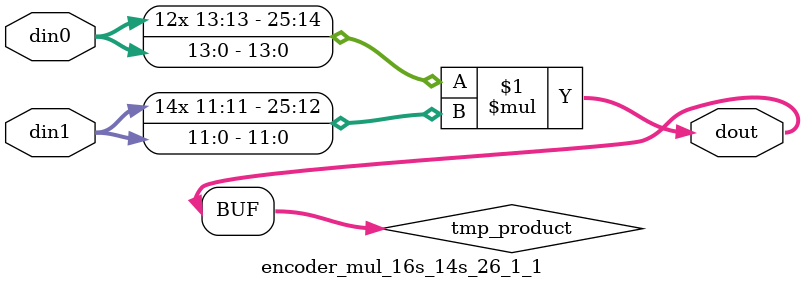
<source format=v>

`timescale 1 ns / 1 ps

 module encoder_mul_16s_14s_26_1_1(din0, din1, dout);
parameter ID = 1;
parameter NUM_STAGE = 0;
parameter din0_WIDTH = 14;
parameter din1_WIDTH = 12;
parameter dout_WIDTH = 26;

input [din0_WIDTH - 1 : 0] din0; 
input [din1_WIDTH - 1 : 0] din1; 
output [dout_WIDTH - 1 : 0] dout;

wire signed [dout_WIDTH - 1 : 0] tmp_product;



























assign tmp_product = $signed(din0) * $signed(din1);








assign dout = tmp_product;





















endmodule

</source>
